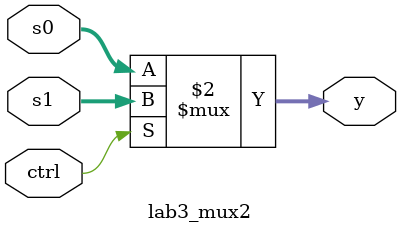
<source format=sv>


module lab3_mux2(
    input logic     [15:0] s0,
    input logic     [15:0] s1,
    input logic     ctrl,

    output logic    [15:0] y
    );

    always_comb begin
        y = ctrl ? s1 : s0;
    end

endmodule

</source>
